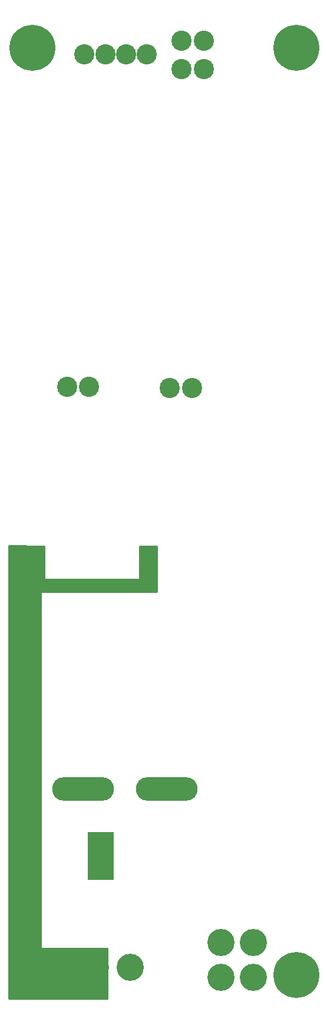
<source format=gbr>
G04 #@! TF.FileFunction,Soldermask,Bot*
%FSLAX46Y46*%
G04 Gerber Fmt 4.6, Leading zero omitted, Abs format (unit mm)*
G04 Created by KiCad (PCBNEW 4.0.6) date 06/16/19 22:14:51*
%MOMM*%
%LPD*%
G01*
G04 APERTURE LIST*
%ADD10C,0.100000*%
%ADD11R,1.200000X1.700000*%
%ADD12R,2.200000X1.700000*%
%ADD13C,2.900000*%
%ADD14C,3.900000*%
%ADD15O,8.900000X3.400000*%
%ADD16C,6.600000*%
%ADD17C,0.254000*%
G04 APERTURE END LIST*
D10*
D11*
X64650000Y-146820000D03*
D12*
X63350000Y-152020000D03*
X63350000Y-150720000D03*
X63350000Y-146820000D03*
X63350000Y-148120000D03*
X63350000Y-149420000D03*
D11*
X62050000Y-146820000D03*
X62050000Y-148120000D03*
X62050000Y-149420000D03*
X62050000Y-150720000D03*
X62050000Y-152020000D03*
X64650000Y-152020000D03*
X64650000Y-150720000D03*
X64650000Y-149420000D03*
X64650000Y-148120000D03*
D13*
X78150000Y-32550000D03*
X74950000Y-32550000D03*
X78150000Y-36600000D03*
X74950000Y-36600000D03*
D14*
X67600000Y-165400000D03*
X62600000Y-165400000D03*
X80650000Y-166800000D03*
X80650000Y-161800000D03*
X85300000Y-166800000D03*
X85300000Y-161800000D03*
D13*
X73300000Y-82300000D03*
X76500000Y-82300000D03*
X70000000Y-34450000D03*
X67000000Y-34450000D03*
X64000000Y-34450000D03*
X61000000Y-34450000D03*
D15*
X60800000Y-139800000D03*
X72800000Y-139800000D03*
D16*
X91500000Y-166500000D03*
X53500000Y-33500000D03*
X91500000Y-33500000D03*
X53500000Y-166500000D03*
D13*
X58500000Y-82100000D03*
X61700000Y-82100000D03*
D17*
G36*
X55223000Y-104975818D02*
X55223000Y-109600000D01*
X55233006Y-109649410D01*
X55261447Y-109691035D01*
X55303841Y-109718315D01*
X55350000Y-109727000D01*
X68850000Y-109727000D01*
X68899410Y-109716994D01*
X68941035Y-109688553D01*
X68968315Y-109646159D01*
X68977000Y-109600000D01*
X68977000Y-104977000D01*
X71373000Y-104977000D01*
X71373000Y-111523000D01*
X54850000Y-111523000D01*
X54800590Y-111533006D01*
X54758965Y-111561447D01*
X54731685Y-111603841D01*
X54723000Y-111650000D01*
X54723000Y-162550000D01*
X54733006Y-162599410D01*
X54761447Y-162641035D01*
X54803841Y-162668315D01*
X54850000Y-162677000D01*
X64273000Y-162677000D01*
X64273000Y-169873000D01*
X50176903Y-169873000D01*
X50127098Y-104928193D01*
X55223000Y-104975818D01*
X55223000Y-104975818D01*
G37*
X55223000Y-104975818D02*
X55223000Y-109600000D01*
X55233006Y-109649410D01*
X55261447Y-109691035D01*
X55303841Y-109718315D01*
X55350000Y-109727000D01*
X68850000Y-109727000D01*
X68899410Y-109716994D01*
X68941035Y-109688553D01*
X68968315Y-109646159D01*
X68977000Y-109600000D01*
X68977000Y-104977000D01*
X71373000Y-104977000D01*
X71373000Y-111523000D01*
X54850000Y-111523000D01*
X54800590Y-111533006D01*
X54758965Y-111561447D01*
X54731685Y-111603841D01*
X54723000Y-111650000D01*
X54723000Y-162550000D01*
X54733006Y-162599410D01*
X54761447Y-162641035D01*
X54803841Y-162668315D01*
X54850000Y-162677000D01*
X64273000Y-162677000D01*
X64273000Y-169873000D01*
X50176903Y-169873000D01*
X50127098Y-104928193D01*
X55223000Y-104975818D01*
M02*

</source>
